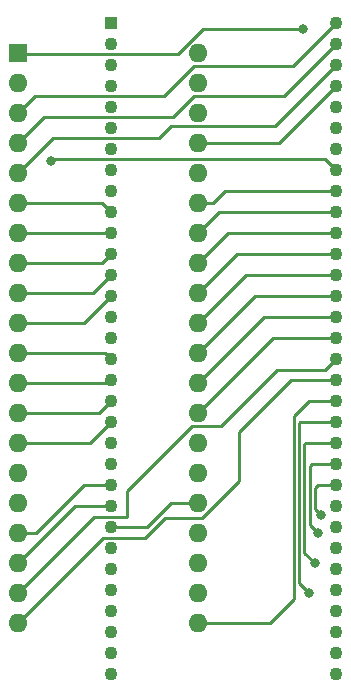
<source format=gtl>
G04 #@! TF.GenerationSoftware,KiCad,Pcbnew,(6.0.0)*
G04 #@! TF.CreationDate,2023-01-29T20:40:06-05:00*
G04 #@! TF.ProjectId,tms7000 64 pin narrow adapter,746d7337-3030-4302-9036-342070696e20,rev?*
G04 #@! TF.SameCoordinates,Original*
G04 #@! TF.FileFunction,Copper,L1,Top*
G04 #@! TF.FilePolarity,Positive*
%FSLAX46Y46*%
G04 Gerber Fmt 4.6, Leading zero omitted, Abs format (unit mm)*
G04 Created by KiCad (PCBNEW (6.0.0)) date 2023-01-29 20:40:06*
%MOMM*%
%LPD*%
G01*
G04 APERTURE LIST*
G04 #@! TA.AperFunction,ComponentPad*
%ADD10R,1.600000X1.600000*%
G04 #@! TD*
G04 #@! TA.AperFunction,ComponentPad*
%ADD11O,1.600000X1.600000*%
G04 #@! TD*
G04 #@! TA.AperFunction,ComponentPad*
%ADD12R,1.100000X1.100000*%
G04 #@! TD*
G04 #@! TA.AperFunction,ComponentPad*
%ADD13C,1.100000*%
G04 #@! TD*
G04 #@! TA.AperFunction,ViaPad*
%ADD14C,0.800000*%
G04 #@! TD*
G04 #@! TA.AperFunction,Conductor*
%ADD15C,0.250000*%
G04 #@! TD*
G04 APERTURE END LIST*
D10*
X115565000Y-52837000D03*
D11*
X115565000Y-55377000D03*
X115565000Y-57917000D03*
X115565000Y-60457000D03*
X115565000Y-62997000D03*
X115565000Y-65537000D03*
X115565000Y-68077000D03*
X115565000Y-70617000D03*
X115565000Y-73157000D03*
X115565000Y-75697000D03*
X115565000Y-78237000D03*
X115565000Y-80777000D03*
X115565000Y-83317000D03*
X115565000Y-85857000D03*
X115565000Y-88397000D03*
X115565000Y-90937000D03*
X115565000Y-93477000D03*
X115565000Y-96017000D03*
X115565000Y-98557000D03*
X115565000Y-101097000D03*
X130805000Y-101097000D03*
X130805000Y-98557000D03*
X130805000Y-96017000D03*
X130805000Y-93477000D03*
X130805000Y-90937000D03*
X130805000Y-88397000D03*
X130805000Y-85857000D03*
X130805000Y-83317000D03*
X130805000Y-80777000D03*
X130805000Y-78237000D03*
X130805000Y-75697000D03*
X130805000Y-73157000D03*
X130805000Y-70617000D03*
X130805000Y-68077000D03*
X130805000Y-65537000D03*
X130805000Y-62997000D03*
X130805000Y-60457000D03*
X130805000Y-57917000D03*
X130805000Y-55377000D03*
X130805000Y-52837000D03*
D12*
X123444000Y-50292000D03*
D13*
X123444000Y-52070000D03*
X123444000Y-53848000D03*
X123444000Y-55626000D03*
X123444000Y-57404000D03*
X123444000Y-59182000D03*
X123444000Y-60960000D03*
X123444000Y-62738000D03*
X123444000Y-64516000D03*
X123444000Y-66294000D03*
X123444000Y-68072000D03*
X123444000Y-69850000D03*
X123444000Y-71628000D03*
X123444000Y-73406000D03*
X123444000Y-75184000D03*
X123444000Y-76962000D03*
X123444000Y-78740000D03*
X123444000Y-80518000D03*
X123444000Y-82296000D03*
X123444000Y-84074000D03*
X123444000Y-85852000D03*
X123444000Y-87630000D03*
X123444000Y-89408000D03*
X123444000Y-91186000D03*
X123444000Y-92964000D03*
X123444000Y-94742000D03*
X123444000Y-96520000D03*
X123444000Y-98298000D03*
X123444000Y-100076000D03*
X123444000Y-101854000D03*
X123444000Y-103632000D03*
X123444000Y-105410000D03*
X142494000Y-105410000D03*
X142494000Y-103632000D03*
X142494000Y-101854000D03*
X142494000Y-100076000D03*
X142494000Y-98298000D03*
X142494000Y-96520000D03*
X142494000Y-94742000D03*
X142494000Y-92964000D03*
X142494000Y-91186000D03*
X142494000Y-89408000D03*
X142494000Y-87630000D03*
X142494000Y-85852000D03*
X142494000Y-84074000D03*
X142494000Y-82296000D03*
X142494000Y-80518000D03*
X142494000Y-78740000D03*
X142494000Y-76962000D03*
X142494000Y-75184000D03*
X142494000Y-73406000D03*
X142494000Y-71628000D03*
X142494000Y-69850000D03*
X142494000Y-68072000D03*
X142494000Y-66294000D03*
X142494000Y-64516000D03*
X142494000Y-62738000D03*
X142494000Y-60960000D03*
X142494000Y-59182000D03*
X142494000Y-57404000D03*
X142494000Y-55626000D03*
X142494000Y-53848000D03*
X142494000Y-52070000D03*
X142494000Y-50292000D03*
D14*
X139700000Y-50800000D03*
X118364000Y-61976000D03*
X140208000Y-98552000D03*
X140716000Y-96012000D03*
X140970000Y-93472000D03*
X141224000Y-91948000D03*
D15*
X115672511Y-52944511D02*
X129107189Y-52944511D01*
X129107189Y-52944511D02*
X131251700Y-50800000D01*
X131251700Y-50800000D02*
X139700000Y-50800000D01*
X115565000Y-52837000D02*
X115672511Y-52944511D01*
X118505489Y-61834511D02*
X118364000Y-61976000D01*
X142494000Y-62738000D02*
X141590511Y-61834511D01*
X141590511Y-61834511D02*
X118505489Y-61834511D01*
X138824489Y-53961511D02*
X142494000Y-50292000D01*
X115565000Y-57917000D02*
X116981489Y-56500511D01*
X127903489Y-56500511D02*
X130442489Y-53961511D01*
X130442489Y-53961511D02*
X138824489Y-53961511D01*
X116981489Y-56500511D02*
X127903489Y-56500511D01*
X138062489Y-56501511D02*
X142494000Y-52070000D01*
X130442489Y-56501511D02*
X138062489Y-56501511D01*
X115565000Y-60457000D02*
X117743489Y-58278511D01*
X117743489Y-58278511D02*
X128665489Y-58278511D01*
X128665489Y-58278511D02*
X130442489Y-56501511D01*
X137300489Y-59041511D02*
X142494000Y-53848000D01*
X115565000Y-62997000D02*
X118505489Y-60056511D01*
X128550978Y-59041511D02*
X137300489Y-59041511D01*
X118505489Y-60056511D02*
X127535978Y-60056511D01*
X127535978Y-60056511D02*
X128550978Y-59041511D01*
X115565000Y-65537000D02*
X122687000Y-65537000D01*
X122687000Y-65537000D02*
X123444000Y-66294000D01*
X123439000Y-68077000D02*
X123444000Y-68072000D01*
X115565000Y-68077000D02*
X123439000Y-68077000D01*
X122677000Y-70617000D02*
X123444000Y-69850000D01*
X115565000Y-70617000D02*
X122677000Y-70617000D01*
X121915000Y-73157000D02*
X123444000Y-71628000D01*
X115565000Y-73157000D02*
X121915000Y-73157000D01*
X115565000Y-75697000D02*
X121153000Y-75697000D01*
X121153000Y-75697000D02*
X123444000Y-73406000D01*
X122941000Y-78237000D02*
X123444000Y-78740000D01*
X115565000Y-78237000D02*
X122941000Y-78237000D01*
X123185000Y-80777000D02*
X123444000Y-80518000D01*
X115565000Y-80777000D02*
X123185000Y-80777000D01*
X122423000Y-83317000D02*
X123444000Y-82296000D01*
X115565000Y-83317000D02*
X122423000Y-83317000D01*
X115565000Y-85857000D02*
X121661000Y-85857000D01*
X121661000Y-85857000D02*
X123444000Y-84074000D01*
X121158000Y-89408000D02*
X117089000Y-93477000D01*
X115565000Y-93477000D02*
X117089000Y-93477000D01*
X123444000Y-89408000D02*
X121158000Y-89408000D01*
X120396000Y-91186000D02*
X115565000Y-96017000D01*
X123444000Y-91186000D02*
X120396000Y-91186000D01*
X124826511Y-89954211D02*
X130339211Y-84441511D01*
X141590511Y-79643489D02*
X142494000Y-78740000D01*
X130339211Y-84441511D02*
X132728489Y-84441511D01*
X124826511Y-92089489D02*
X124826511Y-89954211D01*
X115565000Y-98557000D02*
X122032511Y-92089489D01*
X132728489Y-84441511D02*
X137526511Y-79643489D01*
X122032511Y-92089489D02*
X124826511Y-92089489D01*
X137526511Y-79643489D02*
X141590511Y-79643489D01*
X131130300Y-92202000D02*
X128016000Y-92202000D01*
X138684000Y-80518000D02*
X134272150Y-84929850D01*
X142494000Y-80518000D02*
X138684000Y-80518000D01*
X122794511Y-93867489D02*
X115565000Y-101097000D01*
X134272150Y-84929850D02*
X134272150Y-89060150D01*
X126350511Y-93867489D02*
X122794511Y-93867489D01*
X134272150Y-89060150D02*
X131130300Y-92202000D01*
X128016000Y-92202000D02*
X126350511Y-93867489D01*
X138938000Y-83566000D02*
X138938000Y-99060000D01*
X136901000Y-101097000D02*
X130805000Y-101097000D01*
X138938000Y-99060000D02*
X136901000Y-101097000D01*
X140208000Y-82296000D02*
X138938000Y-83566000D01*
X142494000Y-82296000D02*
X140208000Y-82296000D01*
X142494000Y-84074000D02*
X139446000Y-84074000D01*
X139446000Y-84074000D02*
X139387520Y-84132480D01*
X139387520Y-97731520D02*
X140208000Y-98552000D01*
X139387520Y-84132480D02*
X139387520Y-97731520D01*
X139954000Y-85852000D02*
X139837040Y-85968960D01*
X139837040Y-85968960D02*
X139837040Y-95133040D01*
X139837040Y-95133040D02*
X140716000Y-96012000D01*
X142494000Y-85852000D02*
X139954000Y-85852000D01*
X140286560Y-87805440D02*
X140286560Y-92788560D01*
X142494000Y-87630000D02*
X140462000Y-87630000D01*
X140286560Y-92788560D02*
X140970000Y-93472000D01*
X140462000Y-87630000D02*
X140286560Y-87805440D01*
X126492000Y-92964000D02*
X128519000Y-90937000D01*
X123444000Y-92964000D02*
X126492000Y-92964000D01*
X128519000Y-90937000D02*
X130805000Y-90937000D01*
X140970000Y-89408000D02*
X140736080Y-89641920D01*
X140736080Y-89641920D02*
X140736080Y-91460080D01*
X140736080Y-91460080D02*
X141224000Y-91948000D01*
X142494000Y-89408000D02*
X140970000Y-89408000D01*
X137160000Y-76962000D02*
X142494000Y-76962000D01*
X130805000Y-83317000D02*
X137160000Y-76962000D01*
X136398000Y-75184000D02*
X142494000Y-75184000D01*
X130805000Y-80777000D02*
X136398000Y-75184000D01*
X130805000Y-78237000D02*
X135636000Y-73406000D01*
X135636000Y-73406000D02*
X142494000Y-73406000D01*
X134874000Y-71628000D02*
X142494000Y-71628000D01*
X130805000Y-75697000D02*
X134874000Y-71628000D01*
X134112000Y-69850000D02*
X142494000Y-69850000D01*
X130805000Y-73157000D02*
X134112000Y-69850000D01*
X130805000Y-70617000D02*
X133350000Y-68072000D01*
X133350000Y-68072000D02*
X142494000Y-68072000D01*
X132588000Y-66294000D02*
X142494000Y-66294000D01*
X130805000Y-68077000D02*
X132588000Y-66294000D01*
X142494000Y-64516000D02*
X133096000Y-64516000D01*
X133096000Y-64516000D02*
X132075000Y-65537000D01*
X132075000Y-65537000D02*
X130805000Y-65537000D01*
X130805000Y-60457000D02*
X137663000Y-60457000D01*
X137663000Y-60457000D02*
X142494000Y-55626000D01*
M02*

</source>
